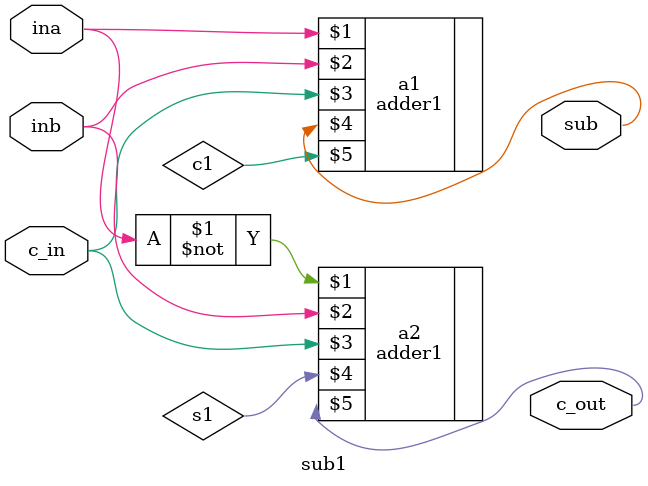
<source format=v>
module sub1(
input ina, inb, c_in,
output sub, c_out);

wire c1, s1;

adder1 a1 (ina, inb, c_in, sub, c1);
adder1 a2 (~ina, inb, c_in, s1, c_out);

endmodule

</source>
